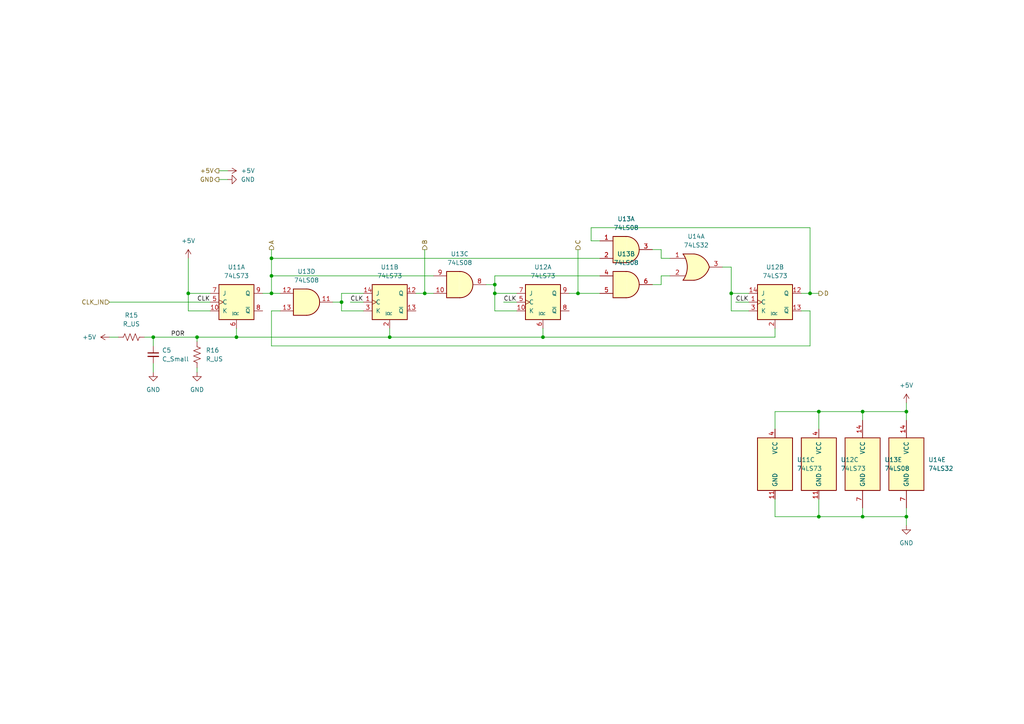
<source format=kicad_sch>
(kicad_sch (version 20230121) (generator eeschema)
  (paper "A4")
  (lib_symbols
    (symbol "74xx:74LS08" (pin_names (offset 1.016))
      (property "Reference" "U" (at 0 1.27 0))
      (property "Value" "74LS08" (at 0 -1.27 0))
      (symbol "74LS08_1_1"
        (arc (start 0 -3.81) (mid 3.7934 0) (end 0 3.81) (stroke (width 0.254)) (fill (type background)))
        (polyline (pts (xy 0 3.81) (xy -3.81 3.81) (xy -3.81 -3.81) (xy 0 -3.81)) (stroke (width 0.254)) (fill (type background)))
        (pin input line (at -7.62 2.54 0) (length 3.81) (name "~") (number "1"))
        (pin input line (at -7.62 -2.54 0) (length 3.81) (name "~") (number "2"))
        (pin output line (at 7.62 0 180) (length 3.81) (name "~") (number "3"))
      )
      (symbol "74LS08_1_2"
        (arc (start -3.81 -3.81) (mid -2.589 0) (end -3.81 3.81) (stroke (width 0.254)))
        (arc (start -0.6096 -3.81) (mid 2.1842 -2.5851) (end 3.81 0) (stroke (width 0.254)) (fill (type background)))
        (polyline (pts (xy -3.81 -3.81) (xy -0.635 -3.81)) (stroke (width 0.254)) (fill (type background)))
        (polyline (pts (xy -3.81 3.81) (xy -0.635 3.81)) (stroke (width 0.254)) (fill (type background)))
        (polyline (pts (xy -0.635 3.81) (xy -3.81 3.81) (xy -3.81 3.81) (xy -3.556 3.4036) (xy -3.0226 2.2606) (xy -2.6924 1.0414) (xy -2.6162 -0.254) (xy -2.7686 -1.4986) (xy -3.175 -2.7178) (xy -3.81 -3.81) (xy -3.81 -3.81) (xy -0.635 -3.81)) (stroke (width -25.4)) (fill (type background)))
        (arc (start 3.81 0) (mid 2.1915 2.5936) (end -0.6096 3.81) (stroke (width 0.254)) (fill (type background)))
        (pin input inverted (at -7.62 2.54 0) (length 4.318) (name "~") (number "1"))
        (pin input inverted (at -7.62 -2.54 0) (length 4.318) (name "~") (number "2"))
        (pin output inverted (at 7.62 0 180) (length 3.81) (name "~") (number "3"))
      )
      (symbol "74LS08_2_1"
        (arc (start 0 -3.81) (mid 3.7934 0) (end 0 3.81) (stroke (width 0.254)) (fill (type background)))
        (polyline (pts (xy 0 3.81) (xy -3.81 3.81) (xy -3.81 -3.81) (xy 0 -3.81)) (stroke (width 0.254)) (fill (type background)))
        (pin input line (at -7.62 2.54 0) (length 3.81) (name "~") (number "4"))
        (pin input line (at -7.62 -2.54 0) (length 3.81) (name "~") (number "5"))
        (pin output line (at 7.62 0 180) (length 3.81) (name "~") (number "6"))
      )
      (symbol "74LS08_2_2"
        (arc (start -3.81 -3.81) (mid -2.589 0) (end -3.81 3.81) (stroke (width 0.254)))
        (arc (start -0.6096 -3.81) (mid 2.1842 -2.5851) (end 3.81 0) (stroke (width 0.254)) (fill (type background)))
        (polyline (pts (xy -3.81 -3.81) (xy -0.635 -3.81)) (stroke (width 0.254)) (fill (type background)))
        (polyline (pts (xy -3.81 3.81) (xy -0.635 3.81)) (stroke (width 0.254)) (fill (type background)))
        (polyline (pts (xy -0.635 3.81) (xy -3.81 3.81) (xy -3.81 3.81) (xy -3.556 3.4036) (xy -3.0226 2.2606) (xy -2.6924 1.0414) (xy -2.6162 -0.254) (xy -2.7686 -1.4986) (xy -3.175 -2.7178) (xy -3.81 -3.81) (xy -3.81 -3.81) (xy -0.635 -3.81)) (stroke (width -25.4)) (fill (type background)))
        (arc (start 3.81 0) (mid 2.1915 2.5936) (end -0.6096 3.81) (stroke (width 0.254)) (fill (type background)))
        (pin input inverted (at -7.62 2.54 0) (length 4.318) (name "~") (number "4"))
        (pin input inverted (at -7.62 -2.54 0) (length 4.318) (name "~") (number "5"))
        (pin output inverted (at 7.62 0 180) (length 3.81) (name "~") (number "6"))
      )
      (symbol "74LS08_3_1"
        (arc (start 0 -3.81) (mid 3.7934 0) (end 0 3.81) (stroke (width 0.254)) (fill (type background)))
        (polyline (pts (xy 0 3.81) (xy -3.81 3.81) (xy -3.81 -3.81) (xy 0 -3.81)) (stroke (width 0.254)) (fill (type background)))
        (pin input line (at -7.62 -2.54 0) (length 3.81) (name "~") (number "10"))
        (pin output line (at 7.62 0 180) (length 3.81) (name "~") (number "8"))
        (pin input line (at -7.62 2.54 0) (length 3.81) (name "~") (number "9"))
      )
      (symbol "74LS08_3_2"
        (arc (start -3.81 -3.81) (mid -2.589 0) (end -3.81 3.81) (stroke (width 0.254)))
        (arc (start -0.6096 -3.81) (mid 2.1842 -2.5851) (end 3.81 0) (stroke (width 0.254)) (fill (type background)))
        (polyline (pts (xy -3.81 -3.81) (xy -0.635 -3.81)) (stroke (width 0.254)) (fill (type background)))
        (polyline (pts (xy -3.81 3.81) (xy -0.635 3.81)) (stroke (width 0.254)) (fill (type background)))
        (polyline (pts (xy -0.635 3.81) (xy -3.81 3.81) (xy -3.81 3.81) (xy -3.556 3.4036) (xy -3.0226 2.2606) (xy -2.6924 1.0414) (xy -2.6162 -0.254) (xy -2.7686 -1.4986) (xy -3.175 -2.7178) (xy -3.81 -3.81) (xy -3.81 -3.81) (xy -0.635 -3.81)) (stroke (width -25.4)) (fill (type background)))
        (arc (start 3.81 0) (mid 2.1915 2.5936) (end -0.6096 3.81) (stroke (width 0.254)) (fill (type background)))
        (pin input inverted (at -7.62 -2.54 0) (length 4.318) (name "~") (number "10"))
        (pin output inverted (at 7.62 0 180) (length 3.81) (name "~") (number "8"))
        (pin input inverted (at -7.62 2.54 0) (length 4.318) (name "~") (number "9"))
      )
      (symbol "74LS08_4_1"
        (arc (start 0 -3.81) (mid 3.7934 0) (end 0 3.81) (stroke (width 0.254)) (fill (type background)))
        (polyline (pts (xy 0 3.81) (xy -3.81 3.81) (xy -3.81 -3.81) (xy 0 -3.81)) (stroke (width 0.254)) (fill (type background)))
        (pin output line (at 7.62 0 180) (length 3.81) (name "~") (number "11"))
        (pin input line (at -7.62 2.54 0) (length 3.81) (name "~") (number "12"))
        (pin input line (at -7.62 -2.54 0) (length 3.81) (name "~") (number "13"))
      )
      (symbol "74LS08_4_2"
        (arc (start -3.81 -3.81) (mid -2.589 0) (end -3.81 3.81) (stroke (width 0.254)))
        (arc (start -0.6096 -3.81) (mid 2.1842 -2.5851) (end 3.81 0) (stroke (width 0.254)) (fill (type background)))
        (polyline (pts (xy -3.81 -3.81) (xy -0.635 -3.81)) (stroke (width 0.254)) (fill (type background)))
        (polyline (pts (xy -3.81 3.81) (xy -0.635 3.81)) (stroke (width 0.254)) (fill (type background)))
        (polyline (pts (xy -0.635 3.81) (xy -3.81 3.81) (xy -3.81 3.81) (xy -3.556 3.4036) (xy -3.0226 2.2606) (xy -2.6924 1.0414) (xy -2.6162 -0.254) (xy -2.7686 -1.4986) (xy -3.175 -2.7178) (xy -3.81 -3.81) (xy -3.81 -3.81) (xy -0.635 -3.81)) (stroke (width -25.4)) (fill (type background)))
        (arc (start 3.81 0) (mid 2.1915 2.5936) (end -0.6096 3.81) (stroke (width 0.254)) (fill (type background)))
        (pin output inverted (at 7.62 0 180) (length 3.81) (name "~") (number "11"))
        (pin input inverted (at -7.62 2.54 0) (length 4.318) (name "~") (number "12"))
        (pin input inverted (at -7.62 -2.54 0) (length 4.318) (name "~") (number "13"))
      )
      (symbol "74LS08_5_0"
        (pin power_in line (at 0 12.7 270) (length 5.08) (name "VCC") (number "14"))
        (pin power_in line (at 0 -12.7 90) (length 5.08) (name "GND") (number "7"))
      )
      (symbol "74LS08_5_1"
        (rectangle (start -5.08 7.62) (end 5.08 -7.62) (stroke (width 0.254)) (fill (type background)))
      )
    )
    (symbol "74xx:74LS32" (pin_names (offset 1.016))
      (property "Reference" "U" (at 0 1.27 0))
      (property "Value" "74LS32" (at 0 -1.27 0))
      (symbol "74LS32_1_1"
        (arc (start -3.81 -3.81) (mid -2.589 0) (end -3.81 3.81) (stroke (width 0.254)))
        (arc (start -0.6096 -3.81) (mid 2.1842 -2.5851) (end 3.81 0) (stroke (width 0.254)) (fill (type background)))
        (polyline (pts (xy -3.81 -3.81) (xy -0.635 -3.81)) (stroke (width 0.254)) (fill (type background)))
        (polyline (pts (xy -3.81 3.81) (xy -0.635 3.81)) (stroke (width 0.254)) (fill (type background)))
        (polyline (pts (xy -0.635 3.81) (xy -3.81 3.81) (xy -3.81 3.81) (xy -3.556 3.4036) (xy -3.0226 2.2606) (xy -2.6924 1.0414) (xy -2.6162 -0.254) (xy -2.7686 -1.4986) (xy -3.175 -2.7178) (xy -3.81 -3.81) (xy -3.81 -3.81) (xy -0.635 -3.81)) (stroke (width -25.4)) (fill (type background)))
        (arc (start 3.81 0) (mid 2.1915 2.5936) (end -0.6096 3.81) (stroke (width 0.254)) (fill (type background)))
        (pin input line (at -7.62 2.54 0) (length 4.318) (name "~") (number "1"))
        (pin input line (at -7.62 -2.54 0) (length 4.318) (name "~") (number "2"))
        (pin output line (at 7.62 0 180) (length 3.81) (name "~") (number "3"))
      )
      (symbol "74LS32_1_2"
        (arc (start 0 -3.81) (mid 3.7934 0) (end 0 3.81) (stroke (width 0.254)) (fill (type background)))
        (polyline (pts (xy 0 3.81) (xy -3.81 3.81) (xy -3.81 -3.81) (xy 0 -3.81)) (stroke (width 0.254)) (fill (type background)))
        (pin input inverted (at -7.62 2.54 0) (length 3.81) (name "~") (number "1"))
        (pin input inverted (at -7.62 -2.54 0) (length 3.81) (name "~") (number "2"))
        (pin output inverted (at 7.62 0 180) (length 3.81) (name "~") (number "3"))
      )
      (symbol "74LS32_2_1"
        (arc (start -3.81 -3.81) (mid -2.589 0) (end -3.81 3.81) (stroke (width 0.254)))
        (arc (start -0.6096 -3.81) (mid 2.1842 -2.5851) (end 3.81 0) (stroke (width 0.254)) (fill (type background)))
        (polyline (pts (xy -3.81 -3.81) (xy -0.635 -3.81)) (stroke (width 0.254)) (fill (type background)))
        (polyline (pts (xy -3.81 3.81) (xy -0.635 3.81)) (stroke (width 0.254)) (fill (type background)))
        (polyline (pts (xy -0.635 3.81) (xy -3.81 3.81) (xy -3.81 3.81) (xy -3.556 3.4036) (xy -3.0226 2.2606) (xy -2.6924 1.0414) (xy -2.6162 -0.254) (xy -2.7686 -1.4986) (xy -3.175 -2.7178) (xy -3.81 -3.81) (xy -3.81 -3.81) (xy -0.635 -3.81)) (stroke (width -25.4)) (fill (type background)))
        (arc (start 3.81 0) (mid 2.1915 2.5936) (end -0.6096 3.81) (stroke (width 0.254)) (fill (type background)))
        (pin input line (at -7.62 2.54 0) (length 4.318) (name "~") (number "4"))
        (pin input line (at -7.62 -2.54 0) (length 4.318) (name "~") (number "5"))
        (pin output line (at 7.62 0 180) (length 3.81) (name "~") (number "6"))
      )
      (symbol "74LS32_2_2"
        (arc (start 0 -3.81) (mid 3.7934 0) (end 0 3.81) (stroke (width 0.254)) (fill (type background)))
        (polyline (pts (xy 0 3.81) (xy -3.81 3.81) (xy -3.81 -3.81) (xy 0 -3.81)) (stroke (width 0.254)) (fill (type background)))
        (pin input inverted (at -7.62 2.54 0) (length 3.81) (name "~") (number "4"))
        (pin input inverted (at -7.62 -2.54 0) (length 3.81) (name "~") (number "5"))
        (pin output inverted (at 7.62 0 180) (length 3.81) (name "~") (number "6"))
      )
      (symbol "74LS32_3_1"
        (arc (start -3.81 -3.81) (mid -2.589 0) (end -3.81 3.81) (stroke (width 0.254)))
        (arc (start -0.6096 -3.81) (mid 2.1842 -2.5851) (end 3.81 0) (stroke (width 0.254)) (fill (type background)))
        (polyline (pts (xy -3.81 -3.81) (xy -0.635 -3.81)) (stroke (width 0.254)) (fill (type background)))
        (polyline (pts (xy -3.81 3.81) (xy -0.635 3.81)) (stroke (width 0.254)) (fill (type background)))
        (polyline (pts (xy -0.635 3.81) (xy -3.81 3.81) (xy -3.81 3.81) (xy -3.556 3.4036) (xy -3.0226 2.2606) (xy -2.6924 1.0414) (xy -2.6162 -0.254) (xy -2.7686 -1.4986) (xy -3.175 -2.7178) (xy -3.81 -3.81) (xy -3.81 -3.81) (xy -0.635 -3.81)) (stroke (width -25.4)) (fill (type background)))
        (arc (start 3.81 0) (mid 2.1915 2.5936) (end -0.6096 3.81) (stroke (width 0.254)) (fill (type background)))
        (pin input line (at -7.62 -2.54 0) (length 4.318) (name "~") (number "10"))
        (pin output line (at 7.62 0 180) (length 3.81) (name "~") (number "8"))
        (pin input line (at -7.62 2.54 0) (length 4.318) (name "~") (number "9"))
      )
      (symbol "74LS32_3_2"
        (arc (start 0 -3.81) (mid 3.7934 0) (end 0 3.81) (stroke (width 0.254)) (fill (type background)))
        (polyline (pts (xy 0 3.81) (xy -3.81 3.81) (xy -3.81 -3.81) (xy 0 -3.81)) (stroke (width 0.254)) (fill (type background)))
        (pin input inverted (at -7.62 -2.54 0) (length 3.81) (name "~") (number "10"))
        (pin output inverted (at 7.62 0 180) (length 3.81) (name "~") (number "8"))
        (pin input inverted (at -7.62 2.54 0) (length 3.81) (name "~") (number "9"))
      )
      (symbol "74LS32_4_1"
        (arc (start -3.81 -3.81) (mid -2.589 0) (end -3.81 3.81) (stroke (width 0.254)))
        (arc (start -0.6096 -3.81) (mid 2.1842 -2.5851) (end 3.81 0) (stroke (width 0.254)) (fill (type background)))
        (polyline (pts (xy -3.81 -3.81) (xy -0.635 -3.81)) (stroke (width 0.254)) (fill (type background)))
        (polyline (pts (xy -3.81 3.81) (xy -0.635 3.81)) (stroke (width 0.254)) (fill (type background)))
        (polyline (pts (xy -0.635 3.81) (xy -3.81 3.81) (xy -3.81 3.81) (xy -3.556 3.4036) (xy -3.0226 2.2606) (xy -2.6924 1.0414) (xy -2.6162 -0.254) (xy -2.7686 -1.4986) (xy -3.175 -2.7178) (xy -3.81 -3.81) (xy -3.81 -3.81) (xy -0.635 -3.81)) (stroke (width -25.4)) (fill (type background)))
        (arc (start 3.81 0) (mid 2.1915 2.5936) (end -0.6096 3.81) (stroke (width 0.254)) (fill (type background)))
        (pin output line (at 7.62 0 180) (length 3.81) (name "~") (number "11"))
        (pin input line (at -7.62 2.54 0) (length 4.318) (name "~") (number "12"))
        (pin input line (at -7.62 -2.54 0) (length 4.318) (name "~") (number "13"))
      )
      (symbol "74LS32_4_2"
        (arc (start 0 -3.81) (mid 3.7934 0) (end 0 3.81) (stroke (width 0.254)) (fill (type background)))
        (polyline (pts (xy 0 3.81) (xy -3.81 3.81) (xy -3.81 -3.81) (xy 0 -3.81)) (stroke (width 0.254)) (fill (type background)))
        (pin output inverted (at 7.62 0 180) (length 3.81) (name "~") (number "11"))
        (pin input inverted (at -7.62 2.54 0) (length 3.81) (name "~") (number "12"))
        (pin input inverted (at -7.62 -2.54 0) (length 3.81) (name "~") (number "13"))
      )
      (symbol "74LS32_5_0"
        (pin power_in line (at 0 12.7 270) (length 5.08) (name "VCC") (number "14"))
        (pin power_in line (at 0 -12.7 90) (length 5.08) (name "GND") (number "7"))
      )
      (symbol "74LS32_5_1"
        (rectangle (start -5.08 7.62) (end 5.08 -7.62) (stroke (width 0.254)) (fill (type background)))
      )
    )
    (symbol "74xx:74LS73" (pin_names (offset 1.016))
      (property "Reference" "U" (at -7.62 8.89 0))
      (property "Value" "74LS73" (at -7.62 -8.89 0))
      (symbol "74LS73_1_0"
        (pin input line (at -7.62 -2.54 0) (length 2.54) (name "K") (number "10"))
        (pin input clock (at -7.62 0 0) (length 2.54) (name "C") (number "5"))
        (pin input line (at 0 -7.62 90) (length 2.54) (name "~{R}") (number "6"))
        (pin input line (at -7.62 2.54 0) (length 2.54) (name "J") (number "7"))
        (pin output line (at 7.62 -2.54 180) (length 2.54) (name "~{Q}") (number "8"))
        (pin output line (at 7.62 2.54 180) (length 2.54) (name "Q") (number "9"))
      )
      (symbol "74LS73_1_1"
        (rectangle (start -5.08 5.08) (end 5.08 -5.08) (stroke (width 0.254)) (fill (type background)))
      )
      (symbol "74LS73_2_0"
        (pin input clock (at -7.62 0 0) (length 2.54) (name "C") (number "1"))
        (pin output line (at 7.62 2.54 180) (length 2.54) (name "Q") (number "12"))
        (pin output line (at 7.62 -2.54 180) (length 2.54) (name "~{Q}") (number "13"))
        (pin input line (at -7.62 2.54 0) (length 2.54) (name "J") (number "14"))
        (pin input line (at 0 -7.62 90) (length 2.54) (name "~{R}") (number "2"))
        (pin input line (at -7.62 -2.54 0) (length 2.54) (name "K") (number "3"))
      )
      (symbol "74LS73_2_1"
        (rectangle (start -5.08 5.08) (end 5.08 -5.08) (stroke (width 0.254)) (fill (type background)))
      )
      (symbol "74LS73_3_0"
        (pin power_in line (at 0 -10.16 90) (length 2.54) (name "GND") (number "11"))
        (pin power_in line (at 0 10.16 270) (length 2.54) (name "VCC") (number "4"))
      )
      (symbol "74LS73_3_1"
        (rectangle (start -5.08 7.62) (end 5.08 -7.62) (stroke (width 0.254)) (fill (type background)))
      )
    )
    (symbol "Device:C_Small" (pin_numbers hide) (pin_names (offset 0.254) hide)
      (property "Reference" "C" (at 0.254 1.778 0))
      (property "Value" "C_Small" (at 0.254 -2.032 0))
      (symbol "C_Small_0_1"
        (polyline (pts (xy -1.524 -0.508) (xy 1.524 -0.508)) (stroke (width 0.3302)))
        (polyline (pts (xy -1.524 0.508) (xy 1.524 0.508)) (stroke (width 0.3048)))
      )
      (symbol "C_Small_1_1"
        (pin passive line (at 0 2.54 270) (length 2.032) (name "~") (number "1"))
        (pin passive line (at 0 -2.54 90) (length 2.032) (name "~") (number "2"))
      )
    )
    (symbol "Device:R_US" (pin_numbers hide) (pin_names (offset 0))
      (property "Reference" "R" (at 2.54 0 90))
      (property "Value" "R_US" (at -2.54 0 90))
      (symbol "R_US_0_1"
        (polyline (pts (xy 0 -2.286) (xy 0 -2.54)))
        (polyline (pts (xy 0 2.286) (xy 0 2.54)))
        (polyline (pts (xy 0 -0.762) (xy 1.016 -1.143) (xy 0 -1.524) (xy -1.016 -1.905) (xy 0 -2.286)))
        (polyline (pts (xy 0 0.762) (xy 1.016 0.381) (xy 0 0) (xy -1.016 -0.381) (xy 0 -0.762)))
        (polyline (pts (xy 0 2.286) (xy 1.016 1.905) (xy 0 1.524) (xy -1.016 1.143) (xy 0 0.762)))
      )
      (symbol "R_US_1_1"
        (pin passive line (at 0 3.81 270) (length 1.27) (name "~") (number "1"))
        (pin passive line (at 0 -3.81 90) (length 1.27) (name "~") (number "2"))
      )
    )
    (symbol "power:+5V" (power) (pin_names (offset 0))
      (property "Value" "+5V" (at 0 3.556 0))
      (symbol "+5V_0_1"
        (polyline (pts (xy -0.762 1.27) (xy 0 2.54)))
        (polyline (pts (xy 0 0) (xy 0 2.54)))
        (polyline (pts (xy 0 2.54) (xy 0.762 1.27)))
      )
      (symbol "+5V_1_1"
        (pin power_in line (at 0 0 90) (length 0) hide (name "+5V") (number "1"))
      )
    )
    (symbol "power:GND" (power) (pin_names (offset 0))
      (property "Value" "GND" (at 0 -3.81 0))
      (symbol "GND_0_1"
        (polyline (pts (xy 0 0) (xy 0 -1.27) (xy 1.27 -1.27) (xy 0 -2.54) (xy -1.27 -1.27) (xy 0 -1.27)))
      )
      (symbol "GND_1_1"
        (pin power_in line (at 0 0 270) (length 0) hide (name "GND") (number "1"))
      )
    )
  )
  (junction (at 113.03 97.79))
  (junction (at 262.89 119.38))
  (junction (at 78.74 80.01))
  (junction (at 78.74 74.93))
  (junction (at 250.19 149.86))
  (junction (at 143.51 82.55))
  (junction (at 237.49 149.86))
  (junction (at 250.19 119.38))
  (junction (at 262.89 149.86))
  (junction (at 44.45 97.79))
  (junction (at 234.95 85.09))
  (junction (at 57.15 97.79))
  (junction (at 212.09 85.09))
  (junction (at 68.58 97.79))
  (junction (at 143.51 85.09))
  (junction (at 78.74 85.09))
  (junction (at 167.64 85.09))
  (junction (at 54.61 85.09))
  (junction (at 123.19 85.09))
  (junction (at 237.49 119.38))
  (junction (at 99.06 87.63))
  (junction (at 157.48 97.79))
  (wire (pts (xy 189.23 72.39) (xy 191.77 72.39)))
  (wire (pts (xy 262.89 147.32) (xy 262.89 149.86)))
  (wire (pts (xy 143.51 90.17) (xy 149.86 90.17)))
  (wire (pts (xy 78.74 72.39) (xy 78.74 74.93)))
  (wire (pts (xy 194.31 80.01) (xy 191.77 80.01)))
  (wire (pts (xy 120.65 85.09) (xy 123.19 85.09)))
  (wire (pts (xy 31.75 97.79) (xy 34.29 97.79)))
  (wire (pts (xy 140.97 82.55) (xy 143.51 82.55)))
  (wire (pts (xy 191.77 74.93) (xy 191.77 72.39)))
  (wire (pts (xy 189.23 82.55) (xy 191.77 82.55)))
  (wire (pts (xy 146.05 87.63) (xy 149.86 87.63)))
  (wire (pts (xy 212.09 85.09) (xy 212.09 90.17)))
  (wire (pts (xy 78.74 80.01) (xy 78.74 85.09)))
  (wire (pts (xy 234.95 100.33) (xy 234.95 90.17)))
  (wire (pts (xy 262.89 119.38) (xy 262.89 121.92)))
  (wire (pts (xy 63.5 49.53) (xy 66.04 49.53)))
  (wire (pts (xy 234.95 90.17) (xy 232.41 90.17)))
  (wire (pts (xy 224.79 149.86) (xy 224.79 144.78)))
  (wire (pts (xy 212.09 77.47) (xy 212.09 85.09)))
  (wire (pts (xy 224.79 149.86) (xy 237.49 149.86)))
  (wire (pts (xy 234.95 85.09) (xy 237.49 85.09)))
  (wire (pts (xy 57.15 106.68) (xy 57.15 107.95)))
  (wire (pts (xy 237.49 144.78) (xy 237.49 149.86)))
  (wire (pts (xy 194.31 74.93) (xy 191.77 74.93)))
  (wire (pts (xy 54.61 85.09) (xy 60.96 85.09)))
  (wire (pts (xy 99.06 85.09) (xy 105.41 85.09)))
  (wire (pts (xy 99.06 85.09) (xy 99.06 87.63)))
  (wire (pts (xy 224.79 119.38) (xy 237.49 119.38)))
  (wire (pts (xy 143.51 82.55) (xy 143.51 85.09)))
  (wire (pts (xy 213.36 87.63) (xy 217.17 87.63)))
  (wire (pts (xy 191.77 80.01) (xy 191.77 82.55)))
  (wire (pts (xy 99.06 90.17) (xy 105.41 90.17)))
  (wire (pts (xy 171.45 69.85) (xy 171.45 66.04)))
  (wire (pts (xy 224.79 97.79) (xy 157.48 97.79)))
  (wire (pts (xy 113.03 97.79) (xy 68.58 97.79)))
  (wire (pts (xy 234.95 66.04) (xy 234.95 85.09)))
  (wire (pts (xy 237.49 124.46) (xy 237.49 119.38)))
  (wire (pts (xy 217.17 85.09) (xy 212.09 85.09)))
  (wire (pts (xy 224.79 124.46) (xy 224.79 119.38)))
  (wire (pts (xy 44.45 97.79) (xy 57.15 97.79)))
  (wire (pts (xy 57.15 97.79) (xy 68.58 97.79)))
  (wire (pts (xy 57.15 97.79) (xy 57.15 99.06)))
  (wire (pts (xy 250.19 119.38) (xy 262.89 119.38)))
  (wire (pts (xy 76.2 85.09) (xy 78.74 85.09)))
  (wire (pts (xy 262.89 116.84) (xy 262.89 119.38)))
  (wire (pts (xy 123.19 85.09) (xy 125.73 85.09)))
  (wire (pts (xy 237.49 119.38) (xy 250.19 119.38)))
  (wire (pts (xy 157.48 95.25) (xy 157.48 97.79)))
  (wire (pts (xy 78.74 90.17) (xy 78.74 100.33)))
  (wire (pts (xy 165.1 85.09) (xy 167.64 85.09)))
  (wire (pts (xy 78.74 100.33) (xy 234.95 100.33)))
  (wire (pts (xy 68.58 97.79) (xy 68.58 95.25)))
  (wire (pts (xy 157.48 97.79) (xy 113.03 97.79)))
  (wire (pts (xy 250.19 121.92) (xy 250.19 119.38)))
  (wire (pts (xy 143.51 80.01) (xy 143.51 82.55)))
  (wire (pts (xy 44.45 105.41) (xy 44.45 107.95)))
  (wire (pts (xy 113.03 95.25) (xy 113.03 97.79)))
  (wire (pts (xy 250.19 147.32) (xy 250.19 149.86)))
  (wire (pts (xy 234.95 85.09) (xy 232.41 85.09)))
  (wire (pts (xy 167.64 72.39) (xy 167.64 85.09)))
  (wire (pts (xy 60.96 90.17) (xy 54.61 90.17)))
  (wire (pts (xy 44.45 97.79) (xy 44.45 100.33)))
  (wire (pts (xy 143.51 85.09) (xy 149.86 85.09)))
  (wire (pts (xy 78.74 74.93) (xy 173.99 74.93)))
  (wire (pts (xy 143.51 80.01) (xy 173.99 80.01)))
  (wire (pts (xy 173.99 69.85) (xy 171.45 69.85)))
  (wire (pts (xy 63.5 52.07) (xy 66.04 52.07)))
  (wire (pts (xy 54.61 74.93) (xy 54.61 85.09)))
  (wire (pts (xy 250.19 149.86) (xy 262.89 149.86)))
  (wire (pts (xy 81.28 90.17) (xy 78.74 90.17)))
  (wire (pts (xy 99.06 90.17) (xy 99.06 87.63)))
  (wire (pts (xy 99.06 87.63) (xy 96.52 87.63)))
  (wire (pts (xy 262.89 149.86) (xy 262.89 152.4)))
  (wire (pts (xy 78.74 74.93) (xy 78.74 80.01)))
  (wire (pts (xy 31.75 87.63) (xy 60.96 87.63)))
  (wire (pts (xy 171.45 66.04) (xy 234.95 66.04)))
  (wire (pts (xy 237.49 149.86) (xy 250.19 149.86)))
  (wire (pts (xy 78.74 85.09) (xy 81.28 85.09)))
  (wire (pts (xy 54.61 90.17) (xy 54.61 85.09)))
  (wire (pts (xy 224.79 95.25) (xy 224.79 97.79)))
  (wire (pts (xy 212.09 77.47) (xy 209.55 77.47)))
  (wire (pts (xy 123.19 72.39) (xy 123.19 85.09)))
  (wire (pts (xy 78.74 80.01) (xy 125.73 80.01)))
  (wire (pts (xy 101.6 87.63) (xy 105.41 87.63)))
  (wire (pts (xy 217.17 90.17) (xy 212.09 90.17)))
  (wire (pts (xy 167.64 85.09) (xy 173.99 85.09)))
  (wire (pts (xy 41.91 97.79) (xy 44.45 97.79)))
  (wire (pts (xy 143.51 85.09) (xy 143.51 90.17)))
  (label "CLK" (at 101.6 87.63 0))
  (label "CLK" (at 213.36 87.63 0))
  (label "CLK" (at 57.15 87.63 0))
  (label "POR" (at 49.53 97.79 0))
  (label "CLK" (at 146.05 87.63 0))
  (hierarchical_label "B" (shape output) (at 123.19 72.39 90))
  (hierarchical_label "A" (shape output) (at 78.74 72.39 90))
  (hierarchical_label "D" (shape output) (at 237.49 85.09 0))
  (hierarchical_label "GND" (shape output) (at 63.5 52.07 180))
  (hierarchical_label "C" (shape output) (at 167.64 72.39 90))
  (hierarchical_label "CLK_IN" (shape input) (at 31.75 87.63 180))
  (hierarchical_label "+5V" (shape output) (at 63.5 49.53 180))
  (symbol (lib_id "74xx:74LS08") (at 250.19 134.62 0) (unit 5)
    (property "Reference" "U13" (at 256.54 133.35 0) (effects (justify left)))
    (property "Value" "74LS08" (at 256.54 135.89 0) (effects (justify left)))
    (property "Footprint" "Package_DIP:DIP-14_W7.62mm_Socket" (effects hide))
    (property "Datasheet" "http://www.ti.com/lit/gpn/sn74LS08" (effects hide))
  )
  (symbol (lib_id "74xx:74LS08") (at 181.61 82.55 0) (unit 2)
    (property "Reference" "U13" (at 181.6017 73.66 0))
    (property "Value" "74LS08" (at 181.6017 76.2 0))
    (property "Footprint" "Package_DIP:DIP-14_W7.62mm_Socket" (effects hide))
    (property "Datasheet" "http://www.ti.com/lit/gpn/sn74LS08" (effects hide))
  )
  (symbol (lib_id "74xx:74LS08") (at 181.61 72.39 0) (unit 1)
    (property "Reference" "U13" (at 181.6017 63.5 0))
    (property "Value" "74LS08" (at 181.6017 66.04 0))
    (property "Footprint" "Package_DIP:DIP-14_W7.62mm_Socket" (effects hide))
    (property "Datasheet" "http://www.ti.com/lit/gpn/sn74LS08" (effects hide))
  )
  (symbol (lib_id "74xx:74LS32") (at 262.89 134.62 0) (unit 5)
    (property "Reference" "U14" (at 269.24 133.35 0) (effects (justify left)))
    (property "Value" "74LS32" (at 269.24 135.89 0) (effects (justify left)))
    (property "Footprint" "Package_DIP:DIP-14_W7.62mm_Socket" (effects hide))
    (property "Datasheet" "http://www.ti.com/lit/gpn/sn74LS32" (effects hide))
  )
  (symbol (lib_id "74xx:74LS08") (at 88.9 87.63 0) (unit 4)
    (property "Reference" "U13" (at 88.8917 78.74 0))
    (property "Value" "74LS08" (at 88.8917 81.28 0))
    (property "Footprint" "Package_DIP:DIP-14_W7.62mm_Socket" (effects hide))
    (property "Datasheet" "http://www.ti.com/lit/gpn/sn74LS08" (effects hide))
  )
  (symbol (lib_id "Device:C_Small") (at 44.45 102.87 0) (unit 1)
    (property "Reference" "C5" (at 46.99 101.6063 0) (effects (justify left)))
    (property "Value" "C_Small" (at 46.99 104.1463 0) (effects (justify left)))
    (property "Footprint" "Capacitor_THT:CP_Radial_D5.0mm_P2.50mm" (effects hide))
  )
  (symbol (lib_id "power:GND") (at 66.04 52.07 90) (unit 1)
    (property "Reference" "#PWR08" (effects hide))
    (property "Value" "GND" (at 69.85 52.07 90) (effects (justify right)))
    (instances (project "preperf_10x10" (path "" (reference "#PWR08") (unit 1)) (path "" (reference "#PWR020") (unit 1)) (path "" (reference "#PWR037") (unit 1)) (path "" (reference "#PWR039") (unit 1))))
  )
  (symbol (lib_id "power:GND") (at 44.45 107.95 0) (unit 1)
    (property "Reference" "#PWR043" (effects hide))
    (property "Value" "GND" (at 44.45 113.03 0))
  )
  (symbol (lib_id "74xx:74LS73") (at 157.48 87.63 0) (unit 1)
    (property "Reference" "U12" (at 157.48 77.47 0))
    (property "Value" "74LS73" (at 157.48 80.01 0))
    (property "Footprint" "Package_DIP:DIP-14_W7.62mm_Socket" (effects hide))
    (property "Datasheet" "http://www.ti.com/lit/gpn/sn74LS73" (effects hide))
  )
  (symbol (lib_id "power:+5V") (at 262.89 116.84 0) (unit 1)
    (property "Reference" "#PWR041" (effects hide))
    (property "Value" "+5V" (at 262.89 111.76 0))
  )
  (symbol (lib_id "74xx:74LS73") (at 68.58 87.63 0) (unit 1)
    (property "Reference" "U11" (at 68.58 77.47 0))
    (property "Value" "74LS73" (at 68.58 80.01 0))
    (property "Footprint" "Package_DIP:DIP-14_W7.62mm_Socket" (effects hide))
    (property "Datasheet" "http://www.ti.com/lit/gpn/sn74LS73" (effects hide))
  )
  (symbol (lib_id "Device:R_US") (at 38.1 97.79 90) (unit 1)
    (property "Reference" "R15" (at 38.1 91.44 90))
    (property "Value" "R_US" (at 38.1 93.98 90))
    (property "Footprint" "Resistor_THT:R_Axial_DIN0207_L6.3mm_D2.5mm_P7.62mm_Horizontal" (effects hide))
  )
  (symbol (lib_id "power:GND") (at 262.89 152.4 0) (unit 1)
    (property "Reference" "#PWR042" (effects hide))
    (property "Value" "GND" (at 262.89 157.48 0))
  )
  (symbol (lib_id "power:+5V") (at 66.04 49.53 270) (unit 1)
    (property "Reference" "#PWR013" (effects hide))
    (property "Value" "+5V" (at 69.85 49.53 90) (effects (justify left)))
    (instances (project "preperf_10x10" (path "" (reference "#PWR013") (unit 1)) (path "" (reference "#PWR019") (unit 1)) (path "" (reference "#PWR036") (unit 1)) (path "" (reference "#PWR035") (unit 1))))
  )
  (symbol (lib_id "74xx:74LS08") (at 133.35 82.55 0) (unit 3)
    (property "Reference" "U13" (at 133.3417 73.66 0))
    (property "Value" "74LS08" (at 133.3417 76.2 0))
    (property "Footprint" "Package_DIP:DIP-14_W7.62mm_Socket" (effects hide))
    (property "Datasheet" "http://www.ti.com/lit/gpn/sn74LS08" (effects hide))
  )
  (symbol (lib_id "power:+5V") (at 31.75 97.79 90) (unit 1)
    (property "Reference" "#PWR051" (effects hide))
    (property "Value" "+5V" (at 27.94 97.79 90) (effects (justify left)))
  )
  (symbol (lib_id "74xx:74LS73") (at 113.03 87.63 0) (unit 2)
    (property "Reference" "U11" (at 113.03 77.47 0))
    (property "Value" "74LS73" (at 113.03 80.01 0))
    (property "Footprint" "Package_DIP:DIP-14_W7.62mm_Socket" (effects hide))
    (property "Datasheet" "http://www.ti.com/lit/gpn/sn74LS73" (effects hide))
  )
  (symbol (lib_id "74xx:74LS73") (at 224.79 134.62 0) (unit 3)
    (property "Reference" "U11" (at 231.14 133.35 0) (effects (justify left)))
    (property "Value" "74LS73" (at 231.14 135.89 0) (effects (justify left)))
    (property "Footprint" "Package_DIP:DIP-14_W7.62mm_Socket" (effects hide))
    (property "Datasheet" "http://www.ti.com/lit/gpn/sn74LS73" (effects hide))
  )
  (symbol (lib_id "74xx:74LS73") (at 237.49 134.62 0) (unit 3)
    (property "Reference" "U12" (at 243.84 133.35 0) (effects (justify left)))
    (property "Value" "74LS73" (at 243.84 135.89 0) (effects (justify left)))
    (property "Footprint" "Package_DIP:DIP-14_W7.62mm_Socket" (effects hide))
    (property "Datasheet" "http://www.ti.com/lit/gpn/sn74LS73" (effects hide))
  )
  (symbol (lib_id "74xx:74LS32") (at 201.93 77.47 0) (unit 1)
    (property "Reference" "U14" (at 201.93 68.58 0))
    (property "Value" "74LS32" (at 201.93 71.12 0))
    (property "Footprint" "Package_DIP:DIP-14_W7.62mm_Socket" (effects hide))
    (property "Datasheet" "http://www.ti.com/lit/gpn/sn74LS32" (effects hide))
  )
  (symbol (lib_id "Device:R_US") (at 57.15 102.87 180) (unit 1)
    (property "Reference" "R16" (at 59.69 101.6 0) (effects (justify right)))
    (property "Value" "R_US" (at 59.69 104.14 0) (effects (justify right)))
    (property "Footprint" "Resistor_THT:R_Axial_DIN0207_L6.3mm_D2.5mm_P2.54mm_Vertical" (effects hide))
  )
  (symbol (lib_id "power:+5V") (at 54.61 74.93 0) (unit 1)
    (property "Reference" "#PWR040" (effects hide))
    (property "Value" "+5V" (at 54.61 69.85 0))
  )
  (symbol (lib_id "power:GND") (at 57.15 107.95 0) (unit 1)
    (property "Reference" "#PWR052" (effects hide))
    (property "Value" "GND" (at 57.15 113.03 0))
  )
  (symbol (lib_id "74xx:74LS73") (at 224.79 87.63 0) (unit 2)
    (property "Reference" "U12" (at 224.79 77.47 0))
    (property "Value" "74LS73" (at 224.79 80.01 0))
    (property "Footprint" "Package_DIP:DIP-14_W7.62mm_Socket" (effects hide))
    (property "Datasheet" "http://www.ti.com/lit/gpn/sn74LS73" (effects hide))
  )
)
</source>
